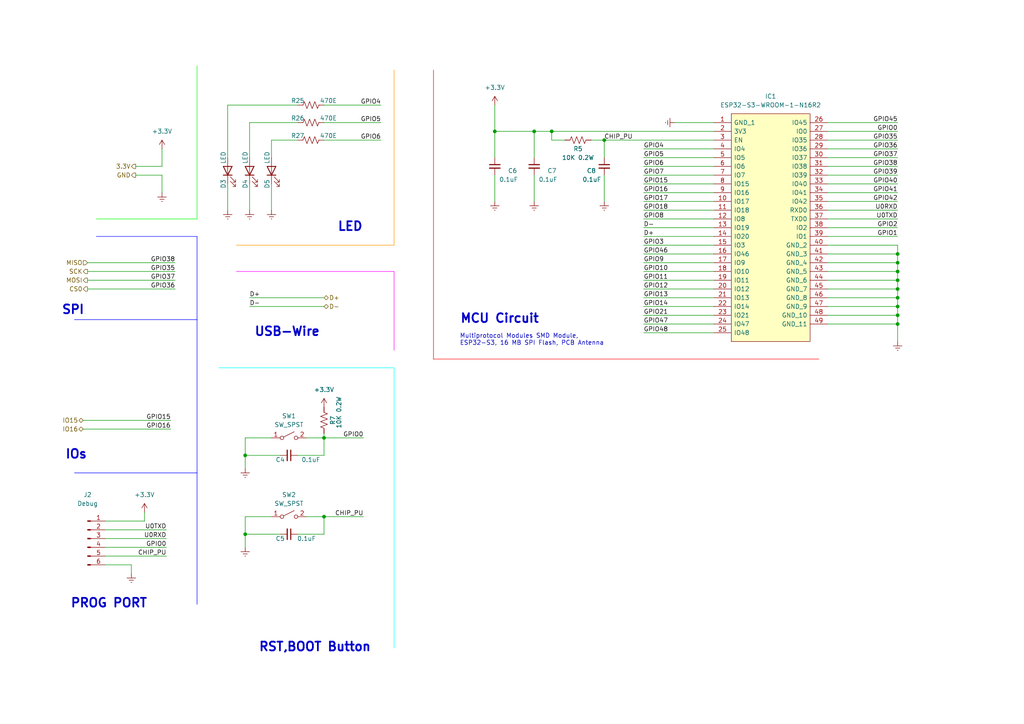
<source format=kicad_sch>
(kicad_sch (version 20250114) (generator "eeschema") (generator_version "9.0")
  (paper "A4")
  (title_block (title "Accelerometer Sensor") (date "2025-11-01") (rev "04") (company "SiGen") (comment 1 "Designed by SiGen") (comment 2 "www.fiverr.com/sigen_labs") (comment 3 "Property of NOVOAI") (comment 4 "@Copyright & Reserved "))
  (lib_symbols
    (symbol "Connector:Conn_01x06_Male" (pin_names (offset 1.016) (hide yes))
      (property "Reference" "J" (at 0 7.62 0))
      (property "Value" "Conn_01x06_Male" (at 0 -10.16 0))
      (symbol "Conn_01x06_Male_1_1"
        (rectangle (start 0.8636 5.207) (end 0 4.953) (stroke (width 0.1524)) (fill (type outline)))
        (rectangle (start 0.8636 2.667) (end 0 2.413) (stroke (width 0.1524)) (fill (type outline)))
        (rectangle (start 0.8636 0.127) (end 0 -0.127) (stroke (width 0.1524)) (fill (type outline)))
        (rectangle (start 0.8636 -2.413) (end 0 -2.667) (stroke (width 0.1524)) (fill (type outline)))
        (rectangle (start 0.8636 -4.953) (end 0 -5.207) (stroke (width 0.1524)) (fill (type outline)))
        (rectangle (start 0.8636 -7.493) (end 0 -7.747) (stroke (width 0.1524)) (fill (type outline)))
        (polyline (pts (xy 1.27 5.08) (xy 0.8636 5.08)) (stroke (width 0.1524)))
        (polyline (pts (xy 1.27 2.54) (xy 0.8636 2.54)) (stroke (width 0.1524)))
        (polyline (pts (xy 1.27 0) (xy 0.8636 0)) (stroke (width 0.1524)))
        (polyline (pts (xy 1.27 -2.54) (xy 0.8636 -2.54)) (stroke (width 0.1524)))
        (polyline (pts (xy 1.27 -5.08) (xy 0.8636 -5.08)) (stroke (width 0.1524)))
        (polyline (pts (xy 1.27 -7.62) (xy 0.8636 -7.62)) (stroke (width 0.1524)))
        (pin passive line (at 5.08 5.08 180) (length 3.81) (name "Pin_1") (number "1"))
        (pin passive line (at 5.08 2.54 180) (length 3.81) (name "Pin_2") (number "2"))
        (pin passive line (at 5.08 0 180) (length 3.81) (name "Pin_3") (number "3"))
        (pin passive line (at 5.08 -2.54 180) (length 3.81) (name "Pin_4") (number "4"))
        (pin passive line (at 5.08 -5.08 180) (length 3.81) (name "Pin_5") (number "5"))
        (pin passive line (at 5.08 -7.62 180) (length 3.81) (name "Pin_6") (number "6"))
      )
    )
    (symbol "Device:C_Small" (pin_numbers (hide yes)) (pin_names (offset 0.254) (hide yes))
      (property "Reference" "C" (at 0.254 1.778 0))
      (property "Value" "C_Small" (at 0.254 -2.032 0))
      (symbol "C_Small_0_1"
        (polyline (pts (xy -1.524 0.508) (xy 1.524 0.508)) (stroke (width 0.3048)))
        (polyline (pts (xy -1.524 -0.508) (xy 1.524 -0.508)) (stroke (width 0.3302)))
      )
      (symbol "C_Small_1_1"
        (pin passive line (at 0 2.54 270) (length 2.032) (name "~") (number "1"))
        (pin passive line (at 0 -2.54 90) (length 2.032) (name "~") (number "2"))
      )
    )
    (symbol "Device:LED" (pin_numbers (hide yes)) (pin_names (offset 1.016) (hide yes))
      (property "Reference" "D" (at 0 2.54 0))
      (property "Value" "LED" (at 0 -2.54 0))
      (symbol "LED_0_1"
        (polyline (pts (xy -3.048 -0.762) (xy -4.572 -2.286) (xy -3.81 -2.286) (xy -4.572 -2.286) (xy -4.572 -1.524)))
        (polyline (pts (xy -1.778 -0.762) (xy -3.302 -2.286) (xy -2.54 -2.286) (xy -3.302 -2.286) (xy -3.302 -1.524)))
        (polyline (pts (xy -1.27 0) (xy 1.27 0)))
        (polyline (pts (xy -1.27 -1.27) (xy -1.27 1.27)) (stroke (width 0.254)))
        (polyline (pts (xy 1.27 -1.27) (xy 1.27 1.27) (xy -1.27 0) (xy 1.27 -1.27)) (stroke (width 0.254)))
      )
      (symbol "LED_1_1"
        (pin passive line (at -3.81 0 0) (length 2.54) (name "K") (number "1"))
        (pin passive line (at 3.81 0 180) (length 2.54) (name "A") (number "2"))
      )
    )
    (symbol "Device:R_US" (pin_numbers (hide yes)) (pin_names (offset 0))
      (property "Reference" "R" (at 2.54 0 90))
      (property "Value" "R_US" (at -2.54 0 90))
      (symbol "R_US_0_1"
        (polyline (pts (xy 0 2.286) (xy 0 2.54)))
        (polyline (pts (xy 0 2.286) (xy 1.016 1.905) (xy 0 1.524) (xy -1.016 1.143) (xy 0 0.762)))
        (polyline (pts (xy 0 0.762) (xy 1.016 0.381) (xy 0 0) (xy -1.016 -0.381) (xy 0 -0.762)))
        (polyline (pts (xy 0 -0.762) (xy 1.016 -1.143) (xy 0 -1.524) (xy -1.016 -1.905) (xy 0 -2.286)))
        (polyline (pts (xy 0 -2.286) (xy 0 -2.54)))
      )
      (symbol "R_US_1_1"
        (pin passive line (at 0 3.81 270) (length 1.27) (name "~") (number "1"))
        (pin passive line (at 0 -3.81 90) (length 1.27) (name "~") (number "2"))
      )
    )
    (symbol "ESP32-S3-WROOM-1-N4:ESP32-S3-WROOM-1-N4" (pin_names (offset 0.762))
      (property "Reference" "IC?" (at 16.51 7.62 0))
      (property "Value" "ESP32-S3-WROOM-1-N4" (at 16.51 5.08 0))
      (symbol "ESP32-S3-WROOM-1-N4_0_0"
        (pin passive line (at 0 0 0) (length 5.08) (name "GND_1") (number "1"))
        (pin passive line (at 0 -2.54 0) (length 5.08) (name "3V3") (number "2"))
        (pin passive line (at 0 -5.08 0) (length 5.08) (name "EN") (number "3"))
        (pin passive line (at 0 -7.62 0) (length 5.08) (name "IO4") (number "4"))
        (pin passive line (at 0 -10.16 0) (length 5.08) (name "IO5") (number "5"))
        (pin passive line (at 0 -12.7 0) (length 5.08) (name "IO6") (number "6"))
        (pin passive line (at 0 -15.24 0) (length 5.08) (name "IO7") (number "7"))
        (pin passive line (at 0 -17.78 0) (length 5.08) (name "IO15") (number "8"))
        (pin passive line (at 0 -20.32 0) (length 5.08) (name "IO16") (number "9"))
        (pin passive line (at 0 -22.86 0) (length 5.08) (name "IO17") (number "10"))
        (pin passive line (at 0 -25.4 0) (length 5.08) (name "IO18") (number "11"))
        (pin passive line (at 0 -27.94 0) (length 5.08) (name "IO8") (number "12"))
        (pin passive line (at 0 -30.48 0) (length 5.08) (name "IO19") (number "13"))
        (pin passive line (at 0 -33.02 0) (length 5.08) (name "IO20") (number "14"))
        (pin passive line (at 0 -35.56 0) (length 5.08) (name "IO3") (number "15"))
        (pin passive line (at 0 -38.1 0) (length 5.08) (name "IO46") (number "16"))
        (pin passive line (at 0 -40.64 0) (length 5.08) (name "IO9") (number "17"))
        (pin passive line (at 0 -43.18 0) (length 5.08) (name "IO10") (number "18"))
        (pin passive line (at 0 -45.72 0) (length 5.08) (name "IO11") (number "19"))
        (pin passive line (at 0 -48.26 0) (length 5.08) (name "IO12") (number "20"))
        (pin passive line (at 0 -50.8 0) (length 5.08) (name "IO13") (number "21"))
        (pin passive line (at 0 -53.34 0) (length 5.08) (name "IO14") (number "22"))
        (pin passive line (at 0 -55.88 0) (length 5.08) (name "IO21") (number "23"))
        (pin passive line (at 0 -58.42 0) (length 5.08) (name "IO47") (number "24"))
        (pin passive line (at 0 -60.96 0) (length 5.08) (name "IO48") (number "25"))
        (pin passive line (at 33.02 0 180) (length 5.08) (name "IO45") (number "26"))
        (pin passive line (at 33.02 -2.54 180) (length 5.08) (name "IO0") (number "27"))
        (pin passive line (at 33.02 -5.08 180) (length 5.08) (name "IO35") (number "28"))
        (pin passive line (at 33.02 -7.62 180) (length 5.08) (name "IO36") (number "29"))
        (pin passive line (at 33.02 -10.16 180) (length 5.08) (name "IO37") (number "30"))
        (pin passive line (at 33.02 -12.7 180) (length 5.08) (name "IO38") (number "31"))
        (pin passive line (at 33.02 -15.24 180) (length 5.08) (name "IO39") (number "32"))
        (pin passive line (at 33.02 -17.78 180) (length 5.08) (name "IO40") (number "33"))
        (pin passive line (at 33.02 -20.32 180) (length 5.08) (name "IO41") (number "34"))
        (pin passive line (at 33.02 -22.86 180) (length 5.08) (name "IO42") (number "35"))
        (pin passive line (at 33.02 -25.4 180) (length 5.08) (name "RXD0") (number "36"))
        (pin passive line (at 33.02 -27.94 180) (length 5.08) (name "TXD0") (number "37"))
        (pin passive line (at 33.02 -30.48 180) (length 5.08) (name "IO2") (number "38"))
        (pin passive line (at 33.02 -33.02 180) (length 5.08) (name "IO1") (number "39"))
        (pin passive line (at 33.02 -35.56 180) (length 5.08) (name "GND_2") (number "40"))
        (pin passive line (at 33.02 -38.1 180) (length 5.08) (name "GND_3") (number "41"))
        (pin passive line (at 33.02 -40.64 180) (length 5.08) (name "GND_4") (number "42"))
        (pin passive line (at 33.02 -43.18 180) (length 5.08) (name "GND_5") (number "43"))
        (pin passive line (at 33.02 -45.72 180) (length 5.08) (name "GND_6") (number "44"))
        (pin passive line (at 33.02 -48.26 180) (length 5.08) (name "GND_7") (number "45"))
        (pin passive line (at 33.02 -50.8 180) (length 5.08) (name "GND_8") (number "46"))
        (pin passive line (at 33.02 -53.34 180) (length 5.08) (name "GND_9") (number "47"))
        (pin passive line (at 33.02 -55.88 180) (length 5.08) (name "GND_10") (number "48"))
        (pin passive line (at 33.02 -58.42 180) (length 5.08) (name "GND_11") (number "49"))
      )
      (symbol "ESP32-S3-WROOM-1-N4_0_1"
        (polyline (pts (xy 5.08 2.54) (xy 27.94 2.54) (xy 27.94 -63.5) (xy 5.08 -63.5) (xy 5.08 2.54)) (stroke (width 0.1524)) (fill (type background)))
      )
    )
    (symbol "Switch:SW_SPST" (pin_names (offset 0) (hide yes))
      (property "Reference" "SW" (at 0 3.175 0))
      (property "Value" "SW_SPST" (at 0 -2.54 0))
      (symbol "SW_SPST_0_0"
        (circle (center -2.032 0) (radius 0.508))
        (polyline (pts (xy -1.524 0.254) (xy 1.524 1.778)))
        (circle (center 2.032 0) (radius 0.508))
      )
      (symbol "SW_SPST_1_1"
        (pin passive line (at -5.08 0 0) (length 2.54) (name "A") (number "1"))
        (pin passive line (at 5.08 0 180) (length 2.54) (name "B") (number "2"))
      )
    )
    (symbol "power:+3.3V" (power) (pin_names (offset 0))
      (property "Value" "+3.3V" (at 0 3.556 0))
      (symbol "+3.3V_0_1"
        (polyline (pts (xy -0.762 1.27) (xy 0 2.54)))
        (polyline (pts (xy 0 2.54) (xy 0.762 1.27)))
        (polyline (pts (xy 0 0) (xy 0 2.54)))
      )
      (symbol "+3.3V_1_1"
        (pin power_in line (at 0 0 90) (length 0) (hide yes) (name "+3.3V") (number "1"))
      )
    )
    (symbol "power:Earth" (power) (pin_names (offset 0))
      (symbol "Earth_0_1"
        (polyline (pts (xy -0.635 -1.905) (xy 0.635 -1.905)))
        (polyline (pts (xy -0.127 -2.54) (xy 0.127 -2.54)))
        (polyline (pts (xy 0 -1.27) (xy 0 0)))
        (polyline (pts (xy 1.27 -1.27) (xy -1.27 -1.27)))
      )
      (symbol "Earth_1_1"
        (pin power_in line (at 0 0 270) (length 0) (hide yes) (name "Earth") (number "1"))
      )
    )
  )
  (text "SPI" (at 17.78 91.44 0) (effects (font (size 2.54 2.54) (thickness 0.508) (bold yes)) (justify left bottom)))
  (text "IOs" (at 25.4 133.35 0) (effects (font (size 2.54 2.54) (thickness 0.508) (bold yes)) (justify right bottom)))
  (text "MCU Circuit" (at 133.35 93.98 0) (effects (font (size 2.54 2.54) (thickness 0.508) (bold yes)) (justify left bottom)))
  (text "Multiprotocol Modules SMD Module, \nESP32-S3, 16 MB SPI Flash, PCB Antenna" (at 133.35 100.33 0) (effects (font (size 1.27 1.27)) (justify left bottom)))
  (text "RST,BOOT Button" (at 74.93 189.23 0) (effects (font (size 2.54 2.54) (thickness 0.508) (bold yes)) (justify left bottom)))
  (text "LED" (at 97.79 67.31 0) (effects (font (size 2.54 2.54) (thickness 0.508) (bold yes)) (justify left bottom)))
  (text "USB-Wire\n" (at 73.66 97.79 0) (effects (font (size 2.54 2.54) (thickness 0.508) (bold yes)) (justify left bottom)))
  (text "PROG PORT" (at 20.32 176.53 0) (effects (font (size 2.54 2.54) (thickness 0.508) (bold yes)) (justify left bottom)))
  (junction (at 260.35 78.74))
  (junction (at 260.35 86.36))
  (junction (at 260.35 88.9))
  (junction (at 260.35 93.98))
  (junction (at 260.35 73.66))
  (junction (at 260.35 76.2))
  (junction (at 260.35 91.44))
  (junction (at 143.51 38.1))
  (junction (at 154.94 38.1))
  (junction (at 260.35 81.28))
  (junction (at 71.12 154.94))
  (junction (at 93.98 127))
  (junction (at 160.02 38.1))
  (junction (at 175.26 40.64))
  (junction (at 260.35 83.82))
  (junction (at 71.12 132.08))
  (junction (at 93.98 149.86))
  (wire (pts (xy 50.8 76.2) (xy 25.4 76.2)))
  (wire (pts (xy 260.35 43.18) (xy 240.03 43.18)))
  (wire (pts (xy 186.69 68.58) (xy 207.01 68.58)))
  (wire (pts (xy 93.98 132.08) (xy 93.98 127)))
  (wire (pts (xy 260.35 53.34) (xy 240.03 53.34)))
  (wire (pts (xy 260.35 88.9) (xy 260.35 91.44)))
  (polyline (pts (xy 68.58 71.12) (xy 114.3 71.12)) (stroke (width 0) (color 255 153 0 1)))
  (wire (pts (xy 186.69 45.72) (xy 207.01 45.72)))
  (wire (pts (xy 86.36 35.56) (xy 72.39 35.56)))
  (wire (pts (xy 71.12 135.89) (xy 71.12 132.08)))
  (wire (pts (xy 160.02 40.64) (xy 160.02 38.1)))
  (wire (pts (xy 186.69 43.18) (xy 207.01 43.18)))
  (wire (pts (xy 88.9 149.86) (xy 93.98 149.86)))
  (wire (pts (xy 240.03 76.2) (xy 260.35 76.2)))
  (polyline (pts (xy 114.3 78.74) (xy 114.3 101.6)) (stroke (width 0) (color 255 0 255 1)))
  (wire (pts (xy 240.03 81.28) (xy 260.35 81.28)))
  (wire (pts (xy 71.12 154.94) (xy 71.12 149.86)))
  (wire (pts (xy 46.99 43.18) (xy 46.99 48.26)))
  (wire (pts (xy 260.35 38.1) (xy 240.03 38.1)))
  (wire (pts (xy 240.03 73.66) (xy 260.35 73.66)))
  (wire (pts (xy 71.12 158.75) (xy 71.12 154.94)))
  (wire (pts (xy 93.98 35.56) (xy 110.49 35.56)))
  (wire (pts (xy 260.35 68.58) (xy 240.03 68.58)))
  (wire (pts (xy 186.69 60.96) (xy 207.01 60.96)))
  (wire (pts (xy 260.35 40.64) (xy 240.03 40.64)))
  (wire (pts (xy 240.03 71.12) (xy 260.35 71.12)))
  (wire (pts (xy 143.51 38.1) (xy 154.94 38.1)))
  (polyline (pts (xy 125.73 20.32) (xy 125.73 104.14)) (stroke (width 0) (color 255 0 0 1)))
  (wire (pts (xy 154.94 45.72) (xy 154.94 38.1)))
  (wire (pts (xy 260.35 71.12) (xy 260.35 73.66)))
  (wire (pts (xy 143.51 45.72) (xy 143.51 38.1)))
  (wire (pts (xy 72.39 35.56) (xy 72.39 45.72)))
  (wire (pts (xy 30.48 161.29) (xy 48.26 161.29)))
  (wire (pts (xy 260.35 35.56) (xy 240.03 35.56)))
  (polyline (pts (xy 68.58 78.74) (xy 114.3 78.74)) (stroke (width 0) (color 255 0 255 1)))
  (wire (pts (xy 175.26 50.8) (xy 175.26 58.42)))
  (wire (pts (xy 175.26 40.64) (xy 175.26 45.72)))
  (wire (pts (xy 86.36 132.08) (xy 93.98 132.08)))
  (polyline (pts (xy 57.15 137.16) (xy 57.15 175.26)) (stroke (width 0) (color 0 0 255 1)))
  (wire (pts (xy 50.8 78.74) (xy 25.4 78.74)))
  (wire (pts (xy 240.03 83.82) (xy 260.35 83.82)))
  (wire (pts (xy 30.48 153.67) (xy 48.26 153.67)))
  (wire (pts (xy 186.69 96.52) (xy 207.01 96.52)))
  (wire (pts (xy 260.35 86.36) (xy 260.35 88.9)))
  (wire (pts (xy 260.35 73.66) (xy 260.35 76.2)))
  (wire (pts (xy 260.35 78.74) (xy 260.35 81.28)))
  (polyline (pts (xy 27.94 63.5) (xy 57.15 63.5)) (stroke (width 0) (color 0 255 0 1)))
  (wire (pts (xy 93.98 30.48) (xy 110.49 30.48)))
  (wire (pts (xy 260.35 48.26) (xy 240.03 48.26)))
  (wire (pts (xy 30.48 163.83) (xy 38.1 163.83)))
  (wire (pts (xy 186.69 73.66) (xy 207.01 73.66)))
  (wire (pts (xy 240.03 93.98) (xy 260.35 93.98)))
  (wire (pts (xy 186.69 66.04) (xy 207.01 66.04)))
  (wire (pts (xy 71.12 127) (xy 78.74 127)))
  (wire (pts (xy 186.69 88.9) (xy 207.01 88.9)))
  (wire (pts (xy 72.39 53.34) (xy 72.39 60.96)))
  (wire (pts (xy 195.58 35.56) (xy 207.01 35.56)))
  (wire (pts (xy 186.69 55.88) (xy 207.01 55.88)))
  (wire (pts (xy 186.69 58.42) (xy 207.01 58.42)))
  (wire (pts (xy 260.35 55.88) (xy 240.03 55.88)))
  (wire (pts (xy 260.35 45.72) (xy 240.03 45.72)))
  (wire (pts (xy 93.98 40.64) (xy 110.49 40.64)))
  (wire (pts (xy 160.02 38.1) (xy 207.01 38.1)))
  (wire (pts (xy 186.69 83.82) (xy 207.01 83.82)))
  (wire (pts (xy 78.74 53.34) (xy 78.74 60.96)))
  (wire (pts (xy 93.98 125.73) (xy 93.98 127)))
  (wire (pts (xy 240.03 86.36) (xy 260.35 86.36)))
  (wire (pts (xy 46.99 55.88) (xy 46.99 50.8)))
  (wire (pts (xy 260.35 93.98) (xy 260.35 99.06)))
  (wire (pts (xy 50.8 83.82) (xy 25.4 83.82)))
  (wire (pts (xy 186.69 91.44) (xy 207.01 91.44)))
  (wire (pts (xy 71.12 132.08) (xy 71.12 127)))
  (wire (pts (xy 186.69 48.26) (xy 207.01 48.26)))
  (wire (pts (xy 41.91 148.59) (xy 41.91 151.13)))
  (polyline (pts (xy 21.59 137.16) (xy 57.15 137.16)) (stroke (width 0) (color 0 0 255 1)))
  (wire (pts (xy 93.98 127) (xy 105.41 127)))
  (wire (pts (xy 93.98 154.94) (xy 93.98 149.86)))
  (wire (pts (xy 78.74 45.72) (xy 78.74 40.64)))
  (wire (pts (xy 186.69 53.34) (xy 207.01 53.34)))
  (polyline (pts (xy 125.73 104.14) (xy 237.49 104.14)) (stroke (width 0) (color 255 0 0 1)))
  (wire (pts (xy 71.12 132.08) (xy 81.28 132.08)))
  (wire (pts (xy 260.35 60.96) (xy 240.03 60.96)))
  (polyline (pts (xy 114.3 20.32) (xy 114.3 71.12)) (stroke (width 0) (color 255 153 0 1)))
  (wire (pts (xy 72.39 86.36) (xy 93.98 86.36)))
  (wire (pts (xy 240.03 91.44) (xy 260.35 91.44)))
  (wire (pts (xy 186.69 50.8) (xy 207.01 50.8)))
  (wire (pts (xy 260.35 81.28) (xy 260.35 83.82)))
  (wire (pts (xy 30.48 158.75) (xy 48.26 158.75)))
  (wire (pts (xy 49.53 124.46) (xy 24.13 124.46)))
  (wire (pts (xy 30.48 156.21) (xy 48.26 156.21)))
  (wire (pts (xy 260.35 63.5) (xy 240.03 63.5)))
  (wire (pts (xy 71.12 149.86) (xy 78.74 149.86)))
  (wire (pts (xy 240.03 88.9) (xy 260.35 88.9)))
  (wire (pts (xy 66.04 30.48) (xy 86.36 30.48)))
  (wire (pts (xy 186.69 93.98) (xy 207.01 93.98)))
  (wire (pts (xy 186.69 78.74) (xy 207.01 78.74)))
  (wire (pts (xy 240.03 78.74) (xy 260.35 78.74)))
  (wire (pts (xy 38.1 163.83) (xy 38.1 166.37)))
  (wire (pts (xy 260.35 83.82) (xy 260.35 86.36)))
  (wire (pts (xy 171.45 40.64) (xy 175.26 40.64)))
  (wire (pts (xy 143.51 50.8) (xy 143.51 58.42)))
  (wire (pts (xy 260.35 91.44) (xy 260.35 93.98)))
  (wire (pts (xy 175.26 40.64) (xy 207.01 40.64)))
  (polyline (pts (xy 27.94 68.58) (xy 57.15 68.58)) (stroke (width 0) (color 0 0 255 1)))
  (wire (pts (xy 260.35 50.8) (xy 240.03 50.8)))
  (wire (pts (xy 50.8 81.28) (xy 25.4 81.28)))
  (wire (pts (xy 260.35 66.04) (xy 240.03 66.04)))
  (wire (pts (xy 186.69 76.2) (xy 207.01 76.2)))
  (wire (pts (xy 66.04 45.72) (xy 66.04 30.48)))
  (wire (pts (xy 72.39 88.9) (xy 93.98 88.9)))
  (wire (pts (xy 88.9 127) (xy 93.98 127)))
  (wire (pts (xy 154.94 50.8) (xy 154.94 58.42)))
  (wire (pts (xy 78.74 40.64) (xy 86.36 40.64)))
  (wire (pts (xy 186.69 71.12) (xy 207.01 71.12)))
  (wire (pts (xy 71.12 154.94) (xy 81.28 154.94)))
  (wire (pts (xy 49.53 121.92) (xy 24.13 121.92)))
  (polyline (pts (xy 21.59 92.71) (xy 57.15 92.71)) (stroke (width 0) (color 0 0 255 1)))
  (wire (pts (xy 186.69 63.5) (xy 207.01 63.5)))
  (wire (pts (xy 143.51 38.1) (xy 143.51 30.48)))
  (wire (pts (xy 30.48 151.13) (xy 41.91 151.13)))
  (wire (pts (xy 260.35 58.42) (xy 240.03 58.42)))
  (wire (pts (xy 39.37 48.26) (xy 46.99 48.26)))
  (wire (pts (xy 86.36 154.94) (xy 93.98 154.94)))
  (wire (pts (xy 186.69 86.36) (xy 207.01 86.36)))
  (wire (pts (xy 154.94 38.1) (xy 160.02 38.1)))
  (polyline (pts (xy 63.5 106.68) (xy 114.3 106.68)) (stroke (width 0) (color 0 255 255 1)))
  (wire (pts (xy 186.69 81.28) (xy 207.01 81.28)))
  (wire (pts (xy 93.98 149.86) (xy 105.41 149.86)))
  (polyline (pts (xy 57.15 19.05) (xy 57.15 63.5)) (stroke (width 0) (color 0 255 0 1)))
  (wire (pts (xy 260.35 76.2) (xy 260.35 78.74)))
  (wire (pts (xy 66.04 53.34) (xy 66.04 60.96)))
  (polyline (pts (xy 57.15 137.16) (xy 57.15 92.71)) (stroke (width 0) (color 0 0 255 1)))
  (wire (pts (xy 39.37 50.8) (xy 46.99 50.8)))
  (polyline (pts (xy 114.3 106.68) (xy 114.3 187.96)) (stroke (width 0) (color 0 255 255 1)))
  (polyline (pts (xy 57.15 92.71) (xy 57.15 68.58)) (stroke (width 0) (color 0 0 255 1)))
  (wire (pts (xy 163.83 40.64) (xy 160.02 40.64)))
  (label "GPIO0" (at 48.26 158.75 180))
  (label "GPIO18" (at 186.69 60.96 0))
  (label "GPIO13" (at 186.69 86.36 0))
  (label "GPIO36" (at 50.8 83.82 180))
  (label "GPIO8" (at 186.69 63.5 0))
  (label "U0RXD" (at 260.35 60.96 180))
  (label "D+" (at 72.39 86.36 0))
  (label "GPIO4" (at 110.49 30.48 180))
  (label "D+" (at 186.69 68.58 0))
  (label "GPIO16" (at 186.69 55.88 0))
  (label "GPIO6" (at 110.49 40.64 180))
  (label "D-" (at 72.39 88.9 0))
  (label "GPIO5" (at 110.49 35.56 180))
  (label "GPIO16" (at 49.53 124.46 180))
  (label "GPIO0" (at 105.41 127 180))
  (label "U0RXD" (at 48.26 156.21 180))
  (label "GPIO38" (at 260.35 48.26 180))
  (label "GPIO5" (at 186.69 45.72 0))
  (label "GPIO15" (at 186.69 53.34 0))
  (label "GPIO2" (at 260.35 66.04 180))
  (label "GPIO12" (at 186.69 83.82 0))
  (label "GPIO38" (at 50.8 76.2 180))
  (label "GPIO17" (at 186.69 58.42 0))
  (label "D-" (at 186.69 66.04 0))
  (label "GPIO0" (at 260.35 38.1 180))
  (label "GPIO21" (at 186.69 91.44 0))
  (label "CHIP_PU" (at 175.26 40.64 0))
  (label "U0TXD" (at 260.35 63.5 180))
  (label "GPIO48" (at 186.69 96.52 0))
  (label "U0TXD" (at 48.26 153.67 180))
  (label "CHIP_PU" (at 105.41 149.86 180))
  (label "GPIO36" (at 260.35 43.18 180))
  (label "GPIO11" (at 186.69 81.28 0))
  (label "GPIO1" (at 260.35 68.58 180))
  (label "GPIO47" (at 186.69 93.98 0))
  (label "GPIO6" (at 186.69 48.26 0))
  (label "GPIO42" (at 260.35 58.42 180))
  (label "GPIO41" (at 260.35 55.88 180))
  (label "GPIO45" (at 260.35 35.56 180))
  (label "GPIO3" (at 186.69 71.12 0))
  (label "GPIO15" (at 49.53 121.92 180))
  (label "GPIO35" (at 260.35 40.64 180))
  (label "GPIO14" (at 186.69 88.9 0))
  (label "GPIO10" (at 186.69 78.74 0))
  (label "GPIO4" (at 186.69 43.18 0))
  (label "GPIO37" (at 50.8 81.28 180))
  (label "GPIO37" (at 260.35 45.72 180))
  (label "GPIO35" (at 50.8 78.74 180))
  (label "GPIO39" (at 260.35 50.8 180))
  (label "GPIO9" (at 186.69 76.2 0))
  (label "CHIP_PU" (at 48.26 161.29 180))
  (label "GPIO46" (at 186.69 73.66 0))
  (label "GPIO40" (at 260.35 53.34 180))
  (label "GPIO7" (at 186.69 50.8 0))
  (hierarchical_label "D+" (shape bidirectional) (at 93.98 86.36 0))
  (hierarchical_label "D-" (shape bidirectional) (at 93.98 88.9 0))
  (hierarchical_label "MISO" (shape input) (at 25.4 76.2 180))
  (hierarchical_label "SCK" (shape output) (at 25.4 78.74 180))
  (hierarchical_label "GND" (shape output) (at 39.37 50.8 180))
  (hierarchical_label "CS0" (shape output) (at 25.4 83.82 180))
  (hierarchical_label "MOSI" (shape output) (at 25.4 81.28 180))
  (hierarchical_label "IO16" (shape bidirectional) (at 24.13 124.46 180))
  (hierarchical_label "IO15" (shape bidirectional) (at 24.13 121.92 180))
  (hierarchical_label "3.3V" (shape output) (at 39.37 48.26 180))
  (symbol (lib_id "Device:C_Small") (at 154.94 48.26 0) (unit 1)
    (property "Reference" "C7" (at 158.75 49.53 0) (effects (justify left)))
    (property "Value" "0.1uF" (at 156.21 52.07 0) (effects (justify left)))
    (property "Footprint" "Capacitor_SMD:C_0603_1608Metric_Pad1.08x0.95mm_HandSolder" (effects (hide yes)))
    (property "Digikey Part" "CL10B104KB8NNWC" (effects (hide yes)))
    (property "Mouser Part" "CL10B104KB8NNWC" (effects (hide yes)))
    (property "Digikey Mfr" "CL10B104KB8NNWC" (effects (hide yes)))
    (property "Mouser Mfr" "CL10B104KB8NNWC" (effects (hide yes)))
    (property "PRICE" "0.1" (effects (hide yes)))
    (property "Manufacturer_Part_Number" "CL10B104JB8NNND" (effects (hide yes)))
    (property "LCSC mfr" "TCC0603X7R104K500CT" (effects (hide yes)))
  )
  (symbol (lib_id "Device:R_US") (at 90.17 35.56 90) (unit 1)
    (property "Reference" "R26" (at 86.36 34.29 90))
    (property "Value" "470E" (at 95.25 34.29 90))
    (property "Footprint" "Resistor_SMD:R_0603_1608Metric_Pad0.98x0.95mm_HandSolder" (effects (hide yes)))
    (property "Manufacturer_Part_Number" "9C06031A4700FKHFT" (effects (hide yes)))
  )
  (symbol (lib_id "Device:LED") (at 66.04 49.53 90) (unit 1)
    (property "Reference" "D3" (at 64.77 53.34 0))
    (property "Value" "LED" (at 64.77 45.72 0))
    (property "Footprint" "LED_SMD:LED_0805_2012Metric_Pad1.15x1.40mm_HandSolder" (effects (hide yes)))
    (property "LCSC mfr" "TZ-P2-0805RTCS2-0.8T" (effects (hide yes)))
    (property "Manufacturer_Part_Number" "LSM0805412V" (effects (hide yes)))
  )
  (symbol (lib_id "power:Earth") (at 46.99 55.88 0) (unit 1)
    (property "Reference" "#PWR0129" (effects (hide yes)))
    (property "Value" "Earth" (effects (hide yes)))
  )
  (symbol (lib_id "power:Earth") (at 154.94 58.42 0) (unit 1)
    (property "Reference" "#PWR0123" (effects (hide yes)))
    (property "Value" "Earth" (effects (hide yes)))
  )
  (symbol (lib_id "power:Earth") (at 78.74 60.96 0) (unit 1)
    (property "Reference" "#PWR0201" (effects (hide yes)))
    (property "Value" "Earth" (effects (hide yes)))
  )
  (symbol (lib_id "power:Earth") (at 175.26 58.42 0) (unit 1)
    (property "Reference" "#PWR0124" (effects (hide yes)))
    (property "Value" "Earth" (effects (hide yes)))
  )
  (symbol (lib_id "power:Earth") (at 66.04 60.96 0) (unit 1)
    (property "Reference" "#PWR0202" (effects (hide yes)))
    (property "Value" "Earth" (effects (hide yes)))
  )
  (symbol (lib_id "power:Earth") (at 71.12 158.75 0) (unit 1)
    (property "Reference" "#PWR0132" (effects (hide yes)))
    (property "Value" "Earth" (effects (hide yes)))
  )
  (symbol (lib_id "Connector:Conn_01x06_Male") (at 25.4 156.21 0) (unit 1)
    (property "Reference" "J2" (at 25.4 143.51 0))
    (property "Value" "Debug" (at 25.4 146.05 0))
    (property "Footprint" "Connector_PinHeader_2.54mm:PinHeader_1x06_P2.54mm_Vertical" (effects (hide yes)))
    (property "Digikey Part" "PR20206VBNN" (effects (hide yes)))
    (property "Digikey Mfr" "PR20206VBNN" (effects (hide yes)))
    (property "PRICE" "0.13" (effects (hide yes)))
    (property "Manufacturer_Part_Number" "G800W302018EU" (effects (hide yes)))
    (property "LCSC mfr" "DZ254R-11-06-63" (effects (hide yes)))
  )
  (symbol (lib_id "power:Earth") (at 72.39 60.96 0) (unit 1)
    (property "Reference" "#PWR0203" (effects (hide yes)))
    (property "Value" "Earth" (effects (hide yes)))
  )
  (symbol (lib_id "Device:C_Small") (at 83.82 132.08 270) (unit 1)
    (property "Reference" "C4" (at 81.28 133.35 90))
    (property "Value" "0.1uF" (at 90.17 133.35 90))
    (property "Footprint" "Capacitor_SMD:C_0603_1608Metric_Pad1.08x0.95mm_HandSolder" (effects (hide yes)))
    (property "Digikey Part" "CL10B104KB8NNWC" (effects (hide yes)))
    (property "Mouser Part" "CL10B104KB8NNWC" (effects (hide yes)))
    (property "Digikey Mfr" "CL10B104KB8NNWC" (effects (hide yes)))
    (property "Mouser Mfr" "CL10B104KB8NNWC" (effects (hide yes)))
    (property "PRICE" "0.1" (effects (hide yes)))
    (property "Manufacturer_Part_Number" "CL10B104JB8NNND" (effects (hide yes)))
    (property "LCSC mfr" "TCC0603X7R104K500CT" (effects (hide yes)))
  )
  (symbol (lib_id "Device:R_US") (at 90.17 40.64 90) (unit 1)
    (property "Reference" "R27" (at 86.36 39.37 90))
    (property "Value" "470E" (at 95.25 39.37 90))
    (property "Footprint" "Resistor_SMD:R_0603_1608Metric_Pad0.98x0.95mm_HandSolder" (effects (hide yes)))
    (property "Manufacturer_Part_Number" "9C06031A4700FKHFT" (effects (hide yes)))
  )
  (symbol (lib_id "power:+3.3V") (at 46.99 43.18 0) (unit 1)
    (property "Reference" "#PWR0130" (effects (hide yes)))
    (property "Value" "+3.3V" (at 46.99 38.1 0))
  )
  (symbol (lib_id "power:+3.3V") (at 143.51 30.48 0) (unit 1)
    (property "Reference" "#PWR0128" (effects (hide yes)))
    (property "Value" "+3.3V" (at 143.51 25.4 0))
  )
  (symbol (lib_id "Device:C_Small") (at 83.82 154.94 270) (unit 1)
    (property "Reference" "C5" (at 81.28 156.21 90))
    (property "Value" "0.1uF" (at 88.9 156.21 90))
    (property "Footprint" "Capacitor_SMD:C_0603_1608Metric_Pad1.08x0.95mm_HandSolder" (effects (hide yes)))
    (property "Digikey Part" "CL10B104KB8NNWC" (effects (hide yes)))
    (property "Mouser Part" "CL10B104KB8NNWC" (effects (hide yes)))
    (property "Digikey Mfr" "CL10B104KB8NNWC" (effects (hide yes)))
    (property "Mouser Mfr" "CL10B104KB8NNWC" (effects (hide yes)))
    (property "PRICE" "0.1" (effects (hide yes)))
    (property "Manufacturer_Part_Number" "CL10B104JB8NNND" (effects (hide yes)))
    (property "LCSC mfr" "TCC0603X7R104K500CT" (effects (hide yes)))
  )
  (symbol (lib_id "Switch:SW_SPST") (at 83.82 127 0) (unit 1)
    (property "Reference" "SW1" (at 83.82 120.65 0))
    (property "Value" "SW_SPST" (at 83.82 123.19 0))
    (property "Footprint" "Button_Switch_SMD:SW_SPST_B3U-1000P" (effects (hide yes)))
    (property "Digikey Part" "B3U-1000P" (effects (hide yes)))
    (property "Mouser Part" "B3U-1000P" (effects (hide yes)))
    (property "Digikey Mfr" "B3U-1000P" (effects (hide yes)))
    (property "Mouser Mfr" "B3U-1000P" (effects (hide yes)))
    (property "PRICE" "1.01" (effects (hide yes)))
    (property "Manufacturer_Part_Number" "B3U-1000P" (effects (hide yes)))
    (property "LCSC mfr" "B3U-1000P" (effects (hide yes)))
  )
  (symbol (lib_id "Device:R_US") (at 90.17 30.48 90) (unit 1)
    (property "Reference" "R25" (at 86.36 29.21 90))
    (property "Value" "470E" (at 95.25 29.21 90))
    (property "Footprint" "Resistor_SMD:R_0603_1608Metric_Pad0.98x0.95mm_HandSolder" (effects (hide yes)))
    (property "Manufacturer_Part_Number" "9C06031A4700FKHFT" (effects (hide yes)))
  )
  (symbol (lib_id "Device:C_Small") (at 143.51 48.26 0) (unit 1)
    (property "Reference" "C6" (at 147.32 49.53 0) (effects (justify left)))
    (property "Value" "0.1uF" (at 144.78 52.07 0) (effects (justify left)))
    (property "Footprint" "Capacitor_SMD:C_0603_1608Metric_Pad1.08x0.95mm_HandSolder" (effects (hide yes)))
    (property "Digikey Part" "CL10B104KB8NNWC" (effects (hide yes)))
    (property "Mouser Part" "CL10B104KB8NNWC" (effects (hide yes)))
    (property "Digikey Mfr" "CL10B104KB8NNWC" (effects (hide yes)))
    (property "Mouser Mfr" "CL10B104KB8NNWC" (effects (hide yes)))
    (property "PRICE" "0.1" (effects (hide yes)))
    (property "Manufacturer_Part_Number" "CL10B104JB8NNND" (effects (hide yes)))
    (property "LCSC mfr" "TCC0603X7R104K500CT" (effects (hide yes)))
  )
  (symbol (lib_id "ESP32-S3-WROOM-1-N4:ESP32-S3-WROOM-1-N4") (at 207.01 35.56 0) (unit 1)
    (property "Reference" "IC1" (at 223.52 27.94 0))
    (property "Value" "ESP32-S3-WROOM-1-N16R2" (at 223.52 30.48 0))
    (property "Footprint" "Footprint:ESP32S3WROOM1N4" (effects (hide yes)))
    (property "Datasheet" "https://www.espressif.com/sites/default/files/documentation/esp32-s3-wroom-1_wroom-1u_datasheet_en.pdf" (effects (hide yes)))
    (property "Description" "WiFi Modules - 802.11 [Engineering Samples] SMD Module, ESP32-S3, 4 MB SPI Flash, PCB Antenna" (effects (hide yes)))
    (property "Height" "3.25" (effects (hide yes)))
    (property "Manufacturer_Name" "Espressif Systems" (effects (hide yes)))
    (property "Manufacturer_Part_Number" "ESP32-S3-WROOM-1-N16R2" (effects (hide yes)))
    (property "Mouser Part Number" "ESP32-S3-WROOM-1-N16R2" (effects (hide yes)))
    (property "Mouser Price/Stock" "https://www.espressif.com/sites/default/files/documentation/esp32-s3-wroom-1_wroom-1u_datasheet_en.pdf" (effects (hide yes)))
  )
  (symbol (lib_id "power:Earth") (at 195.58 35.56 270) (unit 1)
    (property "Reference" "#PWR0122" (effects (hide yes)))
    (property "Value" "Earth" (effects (hide yes)))
  )
  (symbol (lib_id "Device:LED") (at 72.39 49.53 90) (unit 1)
    (property "Reference" "D4" (at 71.12 53.34 0))
    (property "Value" "LED" (at 71.12 45.72 0))
    (property "Footprint" "LED_SMD:LED_0805_2012Metric_Pad1.15x1.40mm_HandSolder" (effects (hide yes)))
    (property "LCSC mfr" "LTST-C171KGKT" (effects (hide yes)))
    (property "Manufacturer_Part_Number" "LSM0805452V" (effects (hide yes)))
  )
  (symbol (lib_id "Device:C_Small") (at 175.26 48.26 0) (unit 1)
    (property "Reference" "C8" (at 170.18 49.53 0) (effects (justify left)))
    (property "Value" "0.1uF" (at 168.91 52.07 0) (effects (justify left)))
    (property "Footprint" "Capacitor_SMD:C_0603_1608Metric_Pad1.08x0.95mm_HandSolder" (effects (hide yes)))
    (property "Digikey Part" "CL10B105KA8NNNC" (effects (hide yes)))
    (property "Mouser Part" "CL10B105KA8NNNC" (effects (hide yes)))
    (property "Digikey Mfr" "CL10B105KA8NNNC" (effects (hide yes)))
    (property "Mouser Mfr" "CL10B105KA8NNNC" (effects (hide yes)))
    (property "PRICE" "0.1" (effects (hide yes)))
    (property "Manufacturer_Part_Number" "CL10B104JB8NNND" (effects (hide yes)))
    (property "LCSC mfr" "TCC0603X7R104K500CT" (effects (hide yes)))
  )
  (symbol (lib_id "power:Earth") (at 143.51 58.42 0) (unit 1)
    (property "Reference" "#PWR0125" (effects (hide yes)))
    (property "Value" "Earth" (effects (hide yes)))
  )
  (symbol (lib_id "power:+3.3V") (at 93.98 118.11 0) (unit 1)
    (property "Reference" "#PWR04" (effects (hide yes)))
    (property "Value" "+3.3V" (at 93.98 113.03 0))
  )
  (symbol (lib_id "power:Earth") (at 71.12 135.89 0) (unit 1)
    (property "Reference" "#PWR0131" (effects (hide yes)))
    (property "Value" "Earth" (effects (hide yes)))
  )
  (symbol (lib_id "Device:R_US") (at 167.64 40.64 90) (unit 1)
    (property "Reference" "R5" (at 167.64 43.18 90))
    (property "Value" "10K 0.2W" (at 167.64 45.72 90))
    (property "Footprint" "Resistor_SMD:R_0603_1608Metric_Pad0.98x0.95mm_HandSolder" (effects (hide yes)))
    (property "Digikey Part" "RC0603FR-7W10KL" (effects (hide yes)))
    (property "Mouser Part" "RC0603FR-7W10KL" (effects (hide yes)))
    (property "Digikey Mfr" "RC0603FR-7W10KL" (effects (hide yes)))
    (property "Mouser Mfr" "RC0603FR-7W10KL" (effects (hide yes)))
    (property "PRICE" "0.1" (effects (hide yes)))
    (property "Manufacturer_Part_Number" "CRGH0603F10K" (effects (hide yes)))
    (property "LCSC mfr" "RC0603FR-7W10KL" (effects (hide yes)))
  )
  (symbol (lib_id "Device:R_US") (at 93.98 121.92 180) (unit 1)
    (property "Reference" "R7" (at 96.52 121.92 90))
    (property "Value" "10K 0.2W" (at 98.298 119.634 90))
    (property "Footprint" "Resistor_SMD:R_0603_1608Metric_Pad0.98x0.95mm_HandSolder" (effects (hide yes)))
    (property "Digikey Part" "RC0603FR-7W10KL" (effects (hide yes)))
    (property "Mouser Part" "RC0603FR-7W10KL" (effects (hide yes)))
    (property "Digikey Mfr" "RC0603FR-7W10KL" (effects (hide yes)))
    (property "Mouser Mfr" "RC0603FR-7W10KL" (effects (hide yes)))
    (property "PRICE" "0.1" (effects (hide yes)))
    (property "Manufacturer_Part_Number" "CRGH0603F10K" (effects (hide yes)))
    (property "LCSC mfr" "RC0603FR-7W10KL" (effects (hide yes)))
  )
  (symbol (lib_id "power:Earth") (at 260.35 99.06 0) (unit 1)
    (property "Reference" "#PWR0121" (effects (hide yes)))
    (property "Value" "Earth" (effects (hide yes)))
  )
  (symbol (lib_id "power:+3.3V") (at 41.91 148.59 0) (unit 1)
    (property "Reference" "#PWR0134" (effects (hide yes)))
    (property "Value" "+3.3V" (at 41.91 143.51 0))
  )
  (symbol (lib_id "Device:LED") (at 78.74 49.53 90) (unit 1)
    (property "Reference" "D5" (at 77.47 53.34 0))
    (property "Value" "LED" (at 77.47 45.72 0))
    (property "Footprint" "LED_SMD:LED_0805_2012Metric_Pad1.15x1.40mm_HandSolder" (effects (hide yes)))
    (property "LCSC mfr" "XL-2012UBC" (effects (hide yes)))
    (property "Manufacturer_Part_Number" "LSM0805463V" (effects (hide yes)))
  )
  (symbol (lib_id "power:Earth") (at 38.1 166.37 0) (unit 1)
    (property "Reference" "#PWR0133" (effects (hide yes)))
    (property "Value" "Earth" (effects (hide yes)))
  )
  (symbol (lib_id "Switch:SW_SPST") (at 83.82 149.86 0) (unit 1)
    (property "Reference" "SW2" (at 83.82 143.51 0))
    (property "Value" "SW_SPST" (at 83.82 146.05 0))
    (property "Footprint" "Button_Switch_SMD:SW_SPST_B3U-1000P" (effects (hide yes)))
    (property "Digikey Part" "B3U-1000P" (effects (hide yes)))
    (property "Mouser Part" "B3U-1000P" (effects (hide yes)))
    (property "Digikey Mfr" "B3U-1000P" (effects (hide yes)))
    (property "Mouser Mfr" "B3U-1000P" (effects (hide yes)))
    (property "PRICE" "1.01" (effects (hide yes)))
    (property "Manufacturer_Part_Number" "B3U-1000P" (effects (hide yes)))
    (property "LCSC mfr" "B3U-1000P" (effects (hide yes)))
  )
)
</source>
